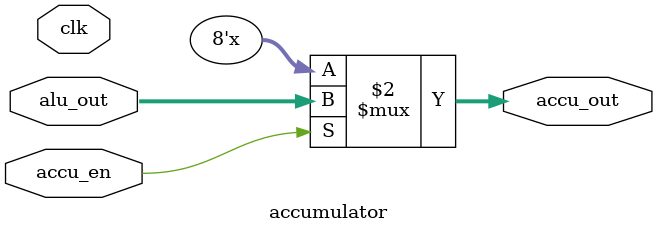
<source format=v>
module accumulator(
input [7:0] alu_out,
input accu_en, clk,
output reg [7:0] accu_out
    );
    
    always @(clk) if(accu_en) accu_out <= alu_out;
    
endmodule
</source>
